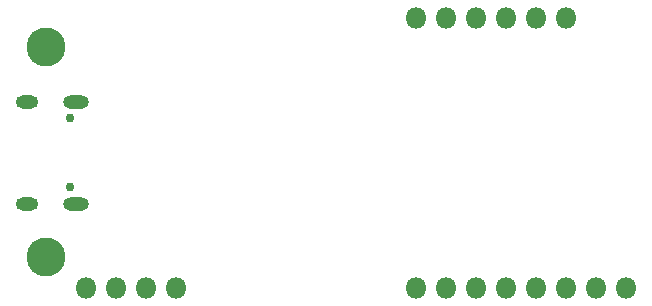
<source format=gbr>
%TF.GenerationSoftware,KiCad,Pcbnew,7.0.6*%
%TF.CreationDate,2023-10-17T01:06:07-04:00*%
%TF.ProjectId,tstick-5gw-pro-USB-V2-pcb,74737469-636b-42d3-9567-772d70726f2d,v0.0.2*%
%TF.SameCoordinates,Original*%
%TF.FileFunction,Soldermask,Bot*%
%TF.FilePolarity,Negative*%
%FSLAX46Y46*%
G04 Gerber Fmt 4.6, Leading zero omitted, Abs format (unit mm)*
G04 Created by KiCad (PCBNEW 7.0.6) date 2023-10-17 01:06:07*
%MOMM*%
%LPD*%
G01*
G04 APERTURE LIST*
%ADD10C,3.301600*%
%ADD11C,0.751600*%
%ADD12O,2.201600X1.101600*%
%ADD13O,1.901600X1.101600*%
%ADD14O,1.801600X1.801600*%
G04 APERTURE END LIST*
D10*
%TO.C,H2*%
X103230000Y-69270000D03*
%TD*%
%TO.C,H1*%
X103230000Y-51490000D03*
%TD*%
D11*
%TO.C,J1*%
X105315000Y-57560000D03*
X105315000Y-63340000D03*
D12*
X105815000Y-56130000D03*
D13*
X101635000Y-56130000D03*
D12*
X105815000Y-64770000D03*
D13*
X101635000Y-64770000D03*
%TD*%
D14*
%TO.C,BOARDLAYOUT1*%
X134580000Y-49060000D03*
X137120000Y-49060000D03*
X139660000Y-49060000D03*
X142200000Y-49060000D03*
X144740000Y-49060000D03*
X147280000Y-49060000D03*
X152360000Y-71920000D03*
X149820000Y-71920000D03*
X147280000Y-71920000D03*
X144740000Y-71920000D03*
X142200000Y-71920000D03*
X139660000Y-71920000D03*
X137120000Y-71920000D03*
X134580000Y-71920000D03*
X114260000Y-71920000D03*
X111720000Y-71920000D03*
X109180000Y-71920000D03*
X106640000Y-71920000D03*
%TD*%
M02*

</source>
